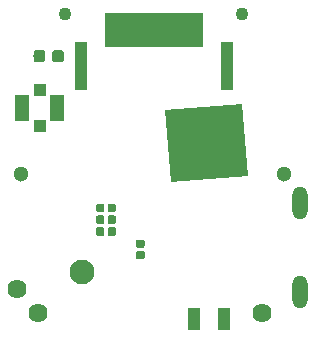
<source format=gbs>
G04 #@! TF.GenerationSoftware,KiCad,Pcbnew,5.0.0+dfsg1-2*
G04 #@! TF.CreationDate,2018-09-16T15:45:03-04:00*
G04 #@! TF.ProjectId,goodwatch30,676F6F64776174636833302E6B696361,30*
G04 #@! TF.SameCoordinates,Original*
G04 #@! TF.FileFunction,Soldermask,Bot*
G04 #@! TF.FilePolarity,Negative*
%FSLAX46Y46*%
G04 Gerber Fmt 4.6, Leading zero omitted, Abs format (unit mm)*
G04 Created by KiCad (PCBNEW 5.0.0+dfsg1-2) date Sun Sep 16 15:45:03 2018*
%MOMM*%
%LPD*%
G01*
G04 APERTURE LIST*
%ADD10C,0.100000*%
%ADD11C,0.690000*%
%ADD12C,2.100000*%
%ADD13C,1.624000*%
%ADD14R,8.400000X2.850000*%
%ADD15C,1.100000*%
%ADD16C,1.300000*%
%ADD17C,6.100000*%
%ADD18O,1.300000X2.800000*%
%ADD19R,1.150000X2.300000*%
%ADD20R,1.100000X1.100000*%
%ADD21R,1.100000X4.100000*%
%ADD22C,0.975000*%
%ADD23R,1.100000X1.900000*%
G04 APERTURE END LIST*
D10*
G04 #@! TO.C,C8*
G36*
X105104408Y-77130831D02*
X105121153Y-77133315D01*
X105137574Y-77137428D01*
X105153513Y-77143131D01*
X105168816Y-77150369D01*
X105183336Y-77159071D01*
X105196933Y-77169156D01*
X105209476Y-77180524D01*
X105220844Y-77193067D01*
X105230929Y-77206664D01*
X105239631Y-77221184D01*
X105246869Y-77236487D01*
X105252572Y-77252426D01*
X105256685Y-77268847D01*
X105259169Y-77285592D01*
X105260000Y-77302500D01*
X105260000Y-77697500D01*
X105259169Y-77714408D01*
X105256685Y-77731153D01*
X105252572Y-77747574D01*
X105246869Y-77763513D01*
X105239631Y-77778816D01*
X105230929Y-77793336D01*
X105220844Y-77806933D01*
X105209476Y-77819476D01*
X105196933Y-77830844D01*
X105183336Y-77840929D01*
X105168816Y-77849631D01*
X105153513Y-77856869D01*
X105137574Y-77862572D01*
X105121153Y-77866685D01*
X105104408Y-77869169D01*
X105087500Y-77870000D01*
X104742500Y-77870000D01*
X104725592Y-77869169D01*
X104708847Y-77866685D01*
X104692426Y-77862572D01*
X104676487Y-77856869D01*
X104661184Y-77849631D01*
X104646664Y-77840929D01*
X104633067Y-77830844D01*
X104620524Y-77819476D01*
X104609156Y-77806933D01*
X104599071Y-77793336D01*
X104590369Y-77778816D01*
X104583131Y-77763513D01*
X104577428Y-77747574D01*
X104573315Y-77731153D01*
X104570831Y-77714408D01*
X104570000Y-77697500D01*
X104570000Y-77302500D01*
X104570831Y-77285592D01*
X104573315Y-77268847D01*
X104577428Y-77252426D01*
X104583131Y-77236487D01*
X104590369Y-77221184D01*
X104599071Y-77206664D01*
X104609156Y-77193067D01*
X104620524Y-77180524D01*
X104633067Y-77169156D01*
X104646664Y-77159071D01*
X104661184Y-77150369D01*
X104676487Y-77143131D01*
X104692426Y-77137428D01*
X104708847Y-77133315D01*
X104725592Y-77130831D01*
X104742500Y-77130000D01*
X105087500Y-77130000D01*
X105104408Y-77130831D01*
X105104408Y-77130831D01*
G37*
D11*
X104915000Y-77500000D03*
D10*
G36*
X106074408Y-77130831D02*
X106091153Y-77133315D01*
X106107574Y-77137428D01*
X106123513Y-77143131D01*
X106138816Y-77150369D01*
X106153336Y-77159071D01*
X106166933Y-77169156D01*
X106179476Y-77180524D01*
X106190844Y-77193067D01*
X106200929Y-77206664D01*
X106209631Y-77221184D01*
X106216869Y-77236487D01*
X106222572Y-77252426D01*
X106226685Y-77268847D01*
X106229169Y-77285592D01*
X106230000Y-77302500D01*
X106230000Y-77697500D01*
X106229169Y-77714408D01*
X106226685Y-77731153D01*
X106222572Y-77747574D01*
X106216869Y-77763513D01*
X106209631Y-77778816D01*
X106200929Y-77793336D01*
X106190844Y-77806933D01*
X106179476Y-77819476D01*
X106166933Y-77830844D01*
X106153336Y-77840929D01*
X106138816Y-77849631D01*
X106123513Y-77856869D01*
X106107574Y-77862572D01*
X106091153Y-77866685D01*
X106074408Y-77869169D01*
X106057500Y-77870000D01*
X105712500Y-77870000D01*
X105695592Y-77869169D01*
X105678847Y-77866685D01*
X105662426Y-77862572D01*
X105646487Y-77856869D01*
X105631184Y-77849631D01*
X105616664Y-77840929D01*
X105603067Y-77830844D01*
X105590524Y-77819476D01*
X105579156Y-77806933D01*
X105569071Y-77793336D01*
X105560369Y-77778816D01*
X105553131Y-77763513D01*
X105547428Y-77747574D01*
X105543315Y-77731153D01*
X105540831Y-77714408D01*
X105540000Y-77697500D01*
X105540000Y-77302500D01*
X105540831Y-77285592D01*
X105543315Y-77268847D01*
X105547428Y-77252426D01*
X105553131Y-77236487D01*
X105560369Y-77221184D01*
X105569071Y-77206664D01*
X105579156Y-77193067D01*
X105590524Y-77180524D01*
X105603067Y-77169156D01*
X105616664Y-77159071D01*
X105631184Y-77150369D01*
X105646487Y-77143131D01*
X105662426Y-77137428D01*
X105678847Y-77133315D01*
X105695592Y-77130831D01*
X105712500Y-77130000D01*
X106057500Y-77130000D01*
X106074408Y-77130831D01*
X106074408Y-77130831D01*
G37*
D11*
X105885000Y-77500000D03*
G04 #@! TD*
D10*
G04 #@! TO.C,C9*
G36*
X106074408Y-75130831D02*
X106091153Y-75133315D01*
X106107574Y-75137428D01*
X106123513Y-75143131D01*
X106138816Y-75150369D01*
X106153336Y-75159071D01*
X106166933Y-75169156D01*
X106179476Y-75180524D01*
X106190844Y-75193067D01*
X106200929Y-75206664D01*
X106209631Y-75221184D01*
X106216869Y-75236487D01*
X106222572Y-75252426D01*
X106226685Y-75268847D01*
X106229169Y-75285592D01*
X106230000Y-75302500D01*
X106230000Y-75697500D01*
X106229169Y-75714408D01*
X106226685Y-75731153D01*
X106222572Y-75747574D01*
X106216869Y-75763513D01*
X106209631Y-75778816D01*
X106200929Y-75793336D01*
X106190844Y-75806933D01*
X106179476Y-75819476D01*
X106166933Y-75830844D01*
X106153336Y-75840929D01*
X106138816Y-75849631D01*
X106123513Y-75856869D01*
X106107574Y-75862572D01*
X106091153Y-75866685D01*
X106074408Y-75869169D01*
X106057500Y-75870000D01*
X105712500Y-75870000D01*
X105695592Y-75869169D01*
X105678847Y-75866685D01*
X105662426Y-75862572D01*
X105646487Y-75856869D01*
X105631184Y-75849631D01*
X105616664Y-75840929D01*
X105603067Y-75830844D01*
X105590524Y-75819476D01*
X105579156Y-75806933D01*
X105569071Y-75793336D01*
X105560369Y-75778816D01*
X105553131Y-75763513D01*
X105547428Y-75747574D01*
X105543315Y-75731153D01*
X105540831Y-75714408D01*
X105540000Y-75697500D01*
X105540000Y-75302500D01*
X105540831Y-75285592D01*
X105543315Y-75268847D01*
X105547428Y-75252426D01*
X105553131Y-75236487D01*
X105560369Y-75221184D01*
X105569071Y-75206664D01*
X105579156Y-75193067D01*
X105590524Y-75180524D01*
X105603067Y-75169156D01*
X105616664Y-75159071D01*
X105631184Y-75150369D01*
X105646487Y-75143131D01*
X105662426Y-75137428D01*
X105678847Y-75133315D01*
X105695592Y-75130831D01*
X105712500Y-75130000D01*
X106057500Y-75130000D01*
X106074408Y-75130831D01*
X106074408Y-75130831D01*
G37*
D11*
X105885000Y-75500000D03*
D10*
G36*
X105104408Y-75130831D02*
X105121153Y-75133315D01*
X105137574Y-75137428D01*
X105153513Y-75143131D01*
X105168816Y-75150369D01*
X105183336Y-75159071D01*
X105196933Y-75169156D01*
X105209476Y-75180524D01*
X105220844Y-75193067D01*
X105230929Y-75206664D01*
X105239631Y-75221184D01*
X105246869Y-75236487D01*
X105252572Y-75252426D01*
X105256685Y-75268847D01*
X105259169Y-75285592D01*
X105260000Y-75302500D01*
X105260000Y-75697500D01*
X105259169Y-75714408D01*
X105256685Y-75731153D01*
X105252572Y-75747574D01*
X105246869Y-75763513D01*
X105239631Y-75778816D01*
X105230929Y-75793336D01*
X105220844Y-75806933D01*
X105209476Y-75819476D01*
X105196933Y-75830844D01*
X105183336Y-75840929D01*
X105168816Y-75849631D01*
X105153513Y-75856869D01*
X105137574Y-75862572D01*
X105121153Y-75866685D01*
X105104408Y-75869169D01*
X105087500Y-75870000D01*
X104742500Y-75870000D01*
X104725592Y-75869169D01*
X104708847Y-75866685D01*
X104692426Y-75862572D01*
X104676487Y-75856869D01*
X104661184Y-75849631D01*
X104646664Y-75840929D01*
X104633067Y-75830844D01*
X104620524Y-75819476D01*
X104609156Y-75806933D01*
X104599071Y-75793336D01*
X104590369Y-75778816D01*
X104583131Y-75763513D01*
X104577428Y-75747574D01*
X104573315Y-75731153D01*
X104570831Y-75714408D01*
X104570000Y-75697500D01*
X104570000Y-75302500D01*
X104570831Y-75285592D01*
X104573315Y-75268847D01*
X104577428Y-75252426D01*
X104583131Y-75236487D01*
X104590369Y-75221184D01*
X104599071Y-75206664D01*
X104609156Y-75193067D01*
X104620524Y-75180524D01*
X104633067Y-75169156D01*
X104646664Y-75159071D01*
X104661184Y-75150369D01*
X104676487Y-75143131D01*
X104692426Y-75137428D01*
X104708847Y-75133315D01*
X104725592Y-75130831D01*
X104742500Y-75130000D01*
X105087500Y-75130000D01*
X105104408Y-75130831D01*
X105104408Y-75130831D01*
G37*
D11*
X104915000Y-75500000D03*
G04 #@! TD*
D10*
G04 #@! TO.C,C3*
G36*
X108514408Y-79140831D02*
X108531153Y-79143315D01*
X108547574Y-79147428D01*
X108563513Y-79153131D01*
X108578816Y-79160369D01*
X108593336Y-79169071D01*
X108606933Y-79179156D01*
X108619476Y-79190524D01*
X108630844Y-79203067D01*
X108640929Y-79216664D01*
X108649631Y-79231184D01*
X108656869Y-79246487D01*
X108662572Y-79262426D01*
X108666685Y-79278847D01*
X108669169Y-79295592D01*
X108670000Y-79312500D01*
X108670000Y-79657500D01*
X108669169Y-79674408D01*
X108666685Y-79691153D01*
X108662572Y-79707574D01*
X108656869Y-79723513D01*
X108649631Y-79738816D01*
X108640929Y-79753336D01*
X108630844Y-79766933D01*
X108619476Y-79779476D01*
X108606933Y-79790844D01*
X108593336Y-79800929D01*
X108578816Y-79809631D01*
X108563513Y-79816869D01*
X108547574Y-79822572D01*
X108531153Y-79826685D01*
X108514408Y-79829169D01*
X108497500Y-79830000D01*
X108102500Y-79830000D01*
X108085592Y-79829169D01*
X108068847Y-79826685D01*
X108052426Y-79822572D01*
X108036487Y-79816869D01*
X108021184Y-79809631D01*
X108006664Y-79800929D01*
X107993067Y-79790844D01*
X107980524Y-79779476D01*
X107969156Y-79766933D01*
X107959071Y-79753336D01*
X107950369Y-79738816D01*
X107943131Y-79723513D01*
X107937428Y-79707574D01*
X107933315Y-79691153D01*
X107930831Y-79674408D01*
X107930000Y-79657500D01*
X107930000Y-79312500D01*
X107930831Y-79295592D01*
X107933315Y-79278847D01*
X107937428Y-79262426D01*
X107943131Y-79246487D01*
X107950369Y-79231184D01*
X107959071Y-79216664D01*
X107969156Y-79203067D01*
X107980524Y-79190524D01*
X107993067Y-79179156D01*
X108006664Y-79169071D01*
X108021184Y-79160369D01*
X108036487Y-79153131D01*
X108052426Y-79147428D01*
X108068847Y-79143315D01*
X108085592Y-79140831D01*
X108102500Y-79140000D01*
X108497500Y-79140000D01*
X108514408Y-79140831D01*
X108514408Y-79140831D01*
G37*
D11*
X108300000Y-79485000D03*
D10*
G36*
X108514408Y-78170831D02*
X108531153Y-78173315D01*
X108547574Y-78177428D01*
X108563513Y-78183131D01*
X108578816Y-78190369D01*
X108593336Y-78199071D01*
X108606933Y-78209156D01*
X108619476Y-78220524D01*
X108630844Y-78233067D01*
X108640929Y-78246664D01*
X108649631Y-78261184D01*
X108656869Y-78276487D01*
X108662572Y-78292426D01*
X108666685Y-78308847D01*
X108669169Y-78325592D01*
X108670000Y-78342500D01*
X108670000Y-78687500D01*
X108669169Y-78704408D01*
X108666685Y-78721153D01*
X108662572Y-78737574D01*
X108656869Y-78753513D01*
X108649631Y-78768816D01*
X108640929Y-78783336D01*
X108630844Y-78796933D01*
X108619476Y-78809476D01*
X108606933Y-78820844D01*
X108593336Y-78830929D01*
X108578816Y-78839631D01*
X108563513Y-78846869D01*
X108547574Y-78852572D01*
X108531153Y-78856685D01*
X108514408Y-78859169D01*
X108497500Y-78860000D01*
X108102500Y-78860000D01*
X108085592Y-78859169D01*
X108068847Y-78856685D01*
X108052426Y-78852572D01*
X108036487Y-78846869D01*
X108021184Y-78839631D01*
X108006664Y-78830929D01*
X107993067Y-78820844D01*
X107980524Y-78809476D01*
X107969156Y-78796933D01*
X107959071Y-78783336D01*
X107950369Y-78768816D01*
X107943131Y-78753513D01*
X107937428Y-78737574D01*
X107933315Y-78721153D01*
X107930831Y-78704408D01*
X107930000Y-78687500D01*
X107930000Y-78342500D01*
X107930831Y-78325592D01*
X107933315Y-78308847D01*
X107937428Y-78292426D01*
X107943131Y-78276487D01*
X107950369Y-78261184D01*
X107959071Y-78246664D01*
X107969156Y-78233067D01*
X107980524Y-78220524D01*
X107993067Y-78209156D01*
X108006664Y-78199071D01*
X108021184Y-78190369D01*
X108036487Y-78183131D01*
X108052426Y-78177428D01*
X108068847Y-78173315D01*
X108085592Y-78170831D01*
X108102500Y-78170000D01*
X108497500Y-78170000D01*
X108514408Y-78170831D01*
X108514408Y-78170831D01*
G37*
D11*
X108300000Y-78515000D03*
G04 #@! TD*
D12*
G04 #@! TO.C,BRD1*
X103350000Y-80900000D03*
D13*
X118600000Y-84400000D03*
X97870000Y-82400000D03*
X99600000Y-84400000D03*
D14*
X109500000Y-60400000D03*
D15*
X101900000Y-59100000D03*
D16*
X98200000Y-72600000D03*
X120500000Y-72600000D03*
D15*
X116900000Y-59100000D03*
D17*
X113900000Y-70000000D03*
D10*
G36*
X110899319Y-73295590D02*
X110420718Y-67214394D01*
X116900681Y-66704410D01*
X117379282Y-72785606D01*
X110899319Y-73295590D01*
X110899319Y-73295590D01*
G37*
D18*
X121800000Y-75100000D03*
X121800000Y-82600000D03*
G04 #@! TD*
D19*
G04 #@! TO.C,J1*
X98325000Y-67050000D03*
X101275000Y-67050000D03*
D20*
X99800000Y-68550000D03*
X99800000Y-65550000D03*
G04 #@! TD*
D21*
G04 #@! TO.C,A1*
X103300000Y-63500000D03*
X115600000Y-63500000D03*
G04 #@! TD*
D10*
G04 #@! TO.C,C1*
G36*
X100017142Y-62127174D02*
X100040803Y-62130684D01*
X100064007Y-62136496D01*
X100086529Y-62144554D01*
X100108153Y-62154782D01*
X100128670Y-62167079D01*
X100147883Y-62181329D01*
X100165607Y-62197393D01*
X100181671Y-62215117D01*
X100195921Y-62234330D01*
X100208218Y-62254847D01*
X100218446Y-62276471D01*
X100226504Y-62298993D01*
X100232316Y-62322197D01*
X100235826Y-62345858D01*
X100237000Y-62369750D01*
X100237000Y-62932250D01*
X100235826Y-62956142D01*
X100232316Y-62979803D01*
X100226504Y-63003007D01*
X100218446Y-63025529D01*
X100208218Y-63047153D01*
X100195921Y-63067670D01*
X100181671Y-63086883D01*
X100165607Y-63104607D01*
X100147883Y-63120671D01*
X100128670Y-63134921D01*
X100108153Y-63147218D01*
X100086529Y-63157446D01*
X100064007Y-63165504D01*
X100040803Y-63171316D01*
X100017142Y-63174826D01*
X99993250Y-63176000D01*
X99505750Y-63176000D01*
X99481858Y-63174826D01*
X99458197Y-63171316D01*
X99434993Y-63165504D01*
X99412471Y-63157446D01*
X99390847Y-63147218D01*
X99370330Y-63134921D01*
X99351117Y-63120671D01*
X99333393Y-63104607D01*
X99317329Y-63086883D01*
X99303079Y-63067670D01*
X99290782Y-63047153D01*
X99280554Y-63025529D01*
X99272496Y-63003007D01*
X99266684Y-62979803D01*
X99263174Y-62956142D01*
X99262000Y-62932250D01*
X99262000Y-62369750D01*
X99263174Y-62345858D01*
X99266684Y-62322197D01*
X99272496Y-62298993D01*
X99280554Y-62276471D01*
X99290782Y-62254847D01*
X99303079Y-62234330D01*
X99317329Y-62215117D01*
X99333393Y-62197393D01*
X99351117Y-62181329D01*
X99370330Y-62167079D01*
X99390847Y-62154782D01*
X99412471Y-62144554D01*
X99434993Y-62136496D01*
X99458197Y-62130684D01*
X99481858Y-62127174D01*
X99505750Y-62126000D01*
X99993250Y-62126000D01*
X100017142Y-62127174D01*
X100017142Y-62127174D01*
G37*
D22*
X99749500Y-62651000D03*
D10*
G36*
X101592142Y-62127174D02*
X101615803Y-62130684D01*
X101639007Y-62136496D01*
X101661529Y-62144554D01*
X101683153Y-62154782D01*
X101703670Y-62167079D01*
X101722883Y-62181329D01*
X101740607Y-62197393D01*
X101756671Y-62215117D01*
X101770921Y-62234330D01*
X101783218Y-62254847D01*
X101793446Y-62276471D01*
X101801504Y-62298993D01*
X101807316Y-62322197D01*
X101810826Y-62345858D01*
X101812000Y-62369750D01*
X101812000Y-62932250D01*
X101810826Y-62956142D01*
X101807316Y-62979803D01*
X101801504Y-63003007D01*
X101793446Y-63025529D01*
X101783218Y-63047153D01*
X101770921Y-63067670D01*
X101756671Y-63086883D01*
X101740607Y-63104607D01*
X101722883Y-63120671D01*
X101703670Y-63134921D01*
X101683153Y-63147218D01*
X101661529Y-63157446D01*
X101639007Y-63165504D01*
X101615803Y-63171316D01*
X101592142Y-63174826D01*
X101568250Y-63176000D01*
X101080750Y-63176000D01*
X101056858Y-63174826D01*
X101033197Y-63171316D01*
X101009993Y-63165504D01*
X100987471Y-63157446D01*
X100965847Y-63147218D01*
X100945330Y-63134921D01*
X100926117Y-63120671D01*
X100908393Y-63104607D01*
X100892329Y-63086883D01*
X100878079Y-63067670D01*
X100865782Y-63047153D01*
X100855554Y-63025529D01*
X100847496Y-63003007D01*
X100841684Y-62979803D01*
X100838174Y-62956142D01*
X100837000Y-62932250D01*
X100837000Y-62369750D01*
X100838174Y-62345858D01*
X100841684Y-62322197D01*
X100847496Y-62298993D01*
X100855554Y-62276471D01*
X100865782Y-62254847D01*
X100878079Y-62234330D01*
X100892329Y-62215117D01*
X100908393Y-62197393D01*
X100926117Y-62181329D01*
X100945330Y-62167079D01*
X100965847Y-62154782D01*
X100987471Y-62144554D01*
X101009993Y-62136496D01*
X101033197Y-62130684D01*
X101056858Y-62127174D01*
X101080750Y-62126000D01*
X101568250Y-62126000D01*
X101592142Y-62127174D01*
X101592142Y-62127174D01*
G37*
D22*
X101324500Y-62651000D03*
G04 #@! TD*
D10*
G04 #@! TO.C,L1*
G36*
X105104408Y-76124831D02*
X105121153Y-76127315D01*
X105137574Y-76131428D01*
X105153513Y-76137131D01*
X105168816Y-76144369D01*
X105183336Y-76153071D01*
X105196933Y-76163156D01*
X105209476Y-76174524D01*
X105220844Y-76187067D01*
X105230929Y-76200664D01*
X105239631Y-76215184D01*
X105246869Y-76230487D01*
X105252572Y-76246426D01*
X105256685Y-76262847D01*
X105259169Y-76279592D01*
X105260000Y-76296500D01*
X105260000Y-76691500D01*
X105259169Y-76708408D01*
X105256685Y-76725153D01*
X105252572Y-76741574D01*
X105246869Y-76757513D01*
X105239631Y-76772816D01*
X105230929Y-76787336D01*
X105220844Y-76800933D01*
X105209476Y-76813476D01*
X105196933Y-76824844D01*
X105183336Y-76834929D01*
X105168816Y-76843631D01*
X105153513Y-76850869D01*
X105137574Y-76856572D01*
X105121153Y-76860685D01*
X105104408Y-76863169D01*
X105087500Y-76864000D01*
X104742500Y-76864000D01*
X104725592Y-76863169D01*
X104708847Y-76860685D01*
X104692426Y-76856572D01*
X104676487Y-76850869D01*
X104661184Y-76843631D01*
X104646664Y-76834929D01*
X104633067Y-76824844D01*
X104620524Y-76813476D01*
X104609156Y-76800933D01*
X104599071Y-76787336D01*
X104590369Y-76772816D01*
X104583131Y-76757513D01*
X104577428Y-76741574D01*
X104573315Y-76725153D01*
X104570831Y-76708408D01*
X104570000Y-76691500D01*
X104570000Y-76296500D01*
X104570831Y-76279592D01*
X104573315Y-76262847D01*
X104577428Y-76246426D01*
X104583131Y-76230487D01*
X104590369Y-76215184D01*
X104599071Y-76200664D01*
X104609156Y-76187067D01*
X104620524Y-76174524D01*
X104633067Y-76163156D01*
X104646664Y-76153071D01*
X104661184Y-76144369D01*
X104676487Y-76137131D01*
X104692426Y-76131428D01*
X104708847Y-76127315D01*
X104725592Y-76124831D01*
X104742500Y-76124000D01*
X105087500Y-76124000D01*
X105104408Y-76124831D01*
X105104408Y-76124831D01*
G37*
D11*
X104915000Y-76494000D03*
D10*
G36*
X106074408Y-76124831D02*
X106091153Y-76127315D01*
X106107574Y-76131428D01*
X106123513Y-76137131D01*
X106138816Y-76144369D01*
X106153336Y-76153071D01*
X106166933Y-76163156D01*
X106179476Y-76174524D01*
X106190844Y-76187067D01*
X106200929Y-76200664D01*
X106209631Y-76215184D01*
X106216869Y-76230487D01*
X106222572Y-76246426D01*
X106226685Y-76262847D01*
X106229169Y-76279592D01*
X106230000Y-76296500D01*
X106230000Y-76691500D01*
X106229169Y-76708408D01*
X106226685Y-76725153D01*
X106222572Y-76741574D01*
X106216869Y-76757513D01*
X106209631Y-76772816D01*
X106200929Y-76787336D01*
X106190844Y-76800933D01*
X106179476Y-76813476D01*
X106166933Y-76824844D01*
X106153336Y-76834929D01*
X106138816Y-76843631D01*
X106123513Y-76850869D01*
X106107574Y-76856572D01*
X106091153Y-76860685D01*
X106074408Y-76863169D01*
X106057500Y-76864000D01*
X105712500Y-76864000D01*
X105695592Y-76863169D01*
X105678847Y-76860685D01*
X105662426Y-76856572D01*
X105646487Y-76850869D01*
X105631184Y-76843631D01*
X105616664Y-76834929D01*
X105603067Y-76824844D01*
X105590524Y-76813476D01*
X105579156Y-76800933D01*
X105569071Y-76787336D01*
X105560369Y-76772816D01*
X105553131Y-76757513D01*
X105547428Y-76741574D01*
X105543315Y-76725153D01*
X105540831Y-76708408D01*
X105540000Y-76691500D01*
X105540000Y-76296500D01*
X105540831Y-76279592D01*
X105543315Y-76262847D01*
X105547428Y-76246426D01*
X105553131Y-76230487D01*
X105560369Y-76215184D01*
X105569071Y-76200664D01*
X105579156Y-76187067D01*
X105590524Y-76174524D01*
X105603067Y-76163156D01*
X105616664Y-76153071D01*
X105631184Y-76144369D01*
X105646487Y-76137131D01*
X105662426Y-76131428D01*
X105678847Y-76127315D01*
X105695592Y-76124831D01*
X105712500Y-76124000D01*
X106057500Y-76124000D01*
X106074408Y-76124831D01*
X106074408Y-76124831D01*
G37*
D11*
X105885000Y-76494000D03*
G04 #@! TD*
D23*
G04 #@! TO.C,Y1*
X112876000Y-84876000D03*
X115376000Y-84876000D03*
G04 #@! TD*
M02*

</source>
